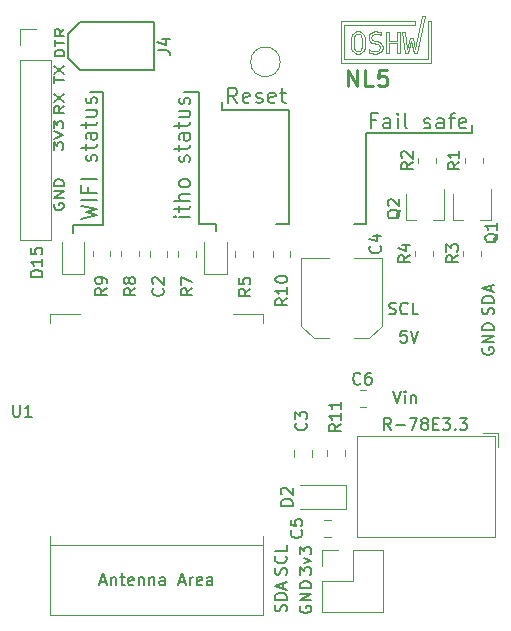
<source format=gto>
G04 #@! TF.GenerationSoftware,KiCad,Pcbnew,(6.0.1-0)*
G04 #@! TF.CreationDate,2022-06-28T13:25:53+02:00*
G04 #@! TF.ProjectId,ithowifi_4l,6974686f-7769-4666-995f-346c2e6b6963,rev?*
G04 #@! TF.SameCoordinates,Original*
G04 #@! TF.FileFunction,Legend,Top*
G04 #@! TF.FilePolarity,Positive*
%FSLAX46Y46*%
G04 Gerber Fmt 4.6, Leading zero omitted, Abs format (unit mm)*
G04 Created by KiCad (PCBNEW (6.0.1-0)) date 2022-06-28 13:25:53*
%MOMM*%
%LPD*%
G01*
G04 APERTURE LIST*
%ADD10C,0.200000*%
%ADD11C,0.125000*%
%ADD12C,0.150000*%
%ADD13C,0.219726*%
%ADD14C,0.120000*%
G04 APERTURE END LIST*
D10*
X99568000Y-111760000D02*
X99568000Y-122936000D01*
X99568000Y-111760000D02*
X98298000Y-111760000D01*
X99568000Y-122936000D02*
X100965000Y-122936000D01*
X100965000Y-123571000D02*
X100965000Y-122936000D01*
X113665000Y-122936000D02*
X112649000Y-122936000D01*
X113665000Y-122936000D02*
X113665000Y-115252500D01*
X122682000Y-115252500D02*
X122682000Y-114617500D01*
X113665000Y-115252500D02*
X122682000Y-115252500D01*
X106045000Y-122936000D02*
X107188000Y-122936000D01*
X101473000Y-113284000D02*
X101473000Y-112649000D01*
X101473000Y-113284000D02*
X107188000Y-113284000D01*
X107188000Y-122936000D02*
X107188000Y-113284000D01*
X88900000Y-123063000D02*
X91440000Y-123063000D01*
D11*
X116768896Y-106703121D02*
X116768896Y-106703121D01*
X117040946Y-108525770D02*
X116768896Y-106703121D01*
X117274296Y-108525770D02*
X117040946Y-108525770D01*
X117520896Y-107442870D02*
X117274296Y-108525770D01*
X117768496Y-108525770D02*
X117520896Y-107442870D01*
X118001795Y-108525770D02*
X117768496Y-108525770D01*
X118690546Y-105348970D02*
X118001795Y-108525770D01*
X118450196Y-105348970D02*
X118690546Y-105348970D01*
X117858846Y-108185070D02*
X118450196Y-105348970D01*
X117648846Y-107203620D02*
X117858846Y-108185070D01*
X117391446Y-107203620D02*
X117648846Y-107203620D01*
X117183946Y-108182620D02*
X117391446Y-107203620D01*
X117009246Y-106703121D02*
X117183946Y-108182620D01*
X116768896Y-106703121D02*
X117009246Y-106703121D01*
X115431795Y-106703121D02*
X115431795Y-106703121D01*
X115431795Y-108525770D02*
X115431795Y-106703121D01*
X115679746Y-108525770D02*
X115431795Y-108525770D01*
X115679746Y-107657720D02*
X115679746Y-108525770D01*
X116354646Y-107657720D02*
X115679746Y-107657720D01*
X116354646Y-108525770D02*
X116354646Y-107657720D01*
X116602596Y-108525770D02*
X116354646Y-108525770D01*
X116602596Y-106703121D02*
X116602596Y-108525770D01*
X116354646Y-106703121D02*
X116602596Y-106703121D01*
X116354646Y-107450220D02*
X116354646Y-106703121D01*
X115679746Y-107450220D02*
X116354646Y-107450220D01*
X115679746Y-106703121D02*
X115679746Y-107450220D01*
X115431795Y-106703121D02*
X115679746Y-106703121D01*
X114996431Y-106765820D02*
X114996431Y-106765520D01*
X114975001Y-106757670D02*
X114996431Y-106765820D01*
X114771546Y-106698820D02*
X114975001Y-106757670D01*
X114752281Y-106695020D02*
X114771546Y-106698820D01*
X114732756Y-106690921D02*
X114752281Y-106695020D01*
X114586541Y-106670570D02*
X114732756Y-106690921D01*
X114531476Y-106670570D02*
X114586541Y-106670570D01*
X114469896Y-106670570D02*
X114531476Y-106670570D01*
X114285976Y-106707220D02*
X114469896Y-106670570D01*
X114121861Y-106793470D02*
X114285976Y-106707220D01*
X114094466Y-106818170D02*
X114121861Y-106793470D01*
X114067066Y-106842570D02*
X114094466Y-106818170D01*
X113971580Y-106989070D02*
X114067066Y-106842570D01*
X113930885Y-107153720D02*
X113971580Y-106989070D01*
X113930885Y-107208770D02*
X113930885Y-107153720D01*
X113930885Y-107252470D02*
X113930885Y-107208770D01*
X113959376Y-107384020D02*
X113930885Y-107252470D01*
X114026376Y-107500670D02*
X113959376Y-107384020D01*
X114045636Y-107520220D02*
X114026376Y-107500670D01*
X114064626Y-107539470D02*
X114045636Y-107520220D01*
X114195101Y-107621370D02*
X114064626Y-107539470D01*
X114371971Y-107683770D02*
X114195101Y-107621370D01*
X114414291Y-107693270D02*
X114371971Y-107683770D01*
X114545851Y-107723920D02*
X114414291Y-107693270D01*
X114575151Y-107730420D02*
X114545851Y-107723920D01*
X114696136Y-107771121D02*
X114575151Y-107730420D01*
X114781851Y-107822670D02*
X114696136Y-107771121D01*
X114793791Y-107834870D02*
X114781851Y-107822670D01*
X114805726Y-107846820D02*
X114793791Y-107834870D01*
X114865681Y-107991370D02*
X114805726Y-107846820D01*
X114865681Y-108043720D02*
X114865681Y-107991370D01*
X114865681Y-108077120D02*
X114865681Y-108043720D01*
X114839636Y-108177220D02*
X114865681Y-108077120D01*
X114779146Y-108264020D02*
X114839636Y-108177220D01*
X114762056Y-108278120D02*
X114779146Y-108264020D01*
X114744691Y-108291970D02*
X114762056Y-108278120D01*
X114637541Y-108340220D02*
X114744691Y-108291970D01*
X114513026Y-108361120D02*
X114637541Y-108340220D01*
X114471526Y-108361120D02*
X114513026Y-108361120D01*
X114413471Y-108361120D02*
X114471526Y-108361120D01*
X114239591Y-108326420D02*
X114413471Y-108361120D01*
X114218706Y-108319620D02*
X114239591Y-108326420D01*
X114197816Y-108312571D02*
X114218706Y-108319620D01*
X113977275Y-108203771D02*
X114197816Y-108312571D01*
X113953951Y-108189120D02*
X113977275Y-108203771D01*
X113953951Y-108451470D02*
X113953951Y-108189120D01*
X113975651Y-108460420D02*
X113953951Y-108451470D01*
X114192116Y-108528770D02*
X113975651Y-108460420D01*
X114213816Y-108533370D02*
X114192116Y-108528770D01*
X114235251Y-108537970D02*
X114213816Y-108533370D01*
X114406966Y-108561320D02*
X114235251Y-108537970D01*
X114471526Y-108561320D02*
X114406966Y-108561320D01*
X114539066Y-108561320D02*
X114471526Y-108561320D01*
X114742521Y-108527121D02*
X114539066Y-108561320D01*
X114913421Y-108447370D02*
X114742521Y-108527121D01*
X114940276Y-108424620D02*
X114913421Y-108447370D01*
X114967131Y-108401820D02*
X114940276Y-108424620D01*
X115060991Y-108256970D02*
X114967131Y-108401820D01*
X115101411Y-108085220D02*
X115060991Y-108256970D01*
X115101411Y-108028020D02*
X115101411Y-108085220D01*
X115101411Y-107978371D02*
X115101411Y-108028020D01*
X115072111Y-107830270D02*
X115101411Y-107978371D01*
X115003751Y-107700070D02*
X115072111Y-107830270D01*
X114984221Y-107678870D02*
X115003751Y-107700070D01*
X114964686Y-107657470D02*
X114984221Y-107678870D01*
X114832041Y-107567670D02*
X114964686Y-107657470D01*
X114653276Y-107500670D02*
X114832041Y-107567670D01*
X114610686Y-107490920D02*
X114653276Y-107500670D01*
X114481291Y-107461620D02*
X114610686Y-107490920D01*
X114450911Y-107454270D02*
X114481291Y-107461620D01*
X114243385Y-107365870D02*
X114450911Y-107454270D01*
X114232271Y-107355270D02*
X114243385Y-107365870D01*
X114221146Y-107344670D02*
X114232271Y-107355270D01*
X114166346Y-107216920D02*
X114221146Y-107344670D01*
X114166346Y-107170820D02*
X114166346Y-107216920D01*
X114166346Y-107139870D02*
X114166346Y-107170820D01*
X114191576Y-107047120D02*
X114166346Y-107139870D01*
X114250716Y-106965720D02*
X114191576Y-107047120D01*
X114267806Y-106952421D02*
X114250716Y-106965720D01*
X114284626Y-106938620D02*
X114267806Y-106952421D01*
X114387431Y-106891120D02*
X114284626Y-106938620D01*
X114514386Y-106870520D02*
X114387431Y-106891120D01*
X114543681Y-106870520D02*
X114514386Y-106870520D01*
X114562671Y-106870520D02*
X114543681Y-106870520D01*
X114752011Y-106900920D02*
X114562671Y-106870520D01*
X114770736Y-106907120D02*
X114752011Y-106900920D01*
X114789451Y-106913120D02*
X114770736Y-106907120D01*
X114977706Y-107003720D02*
X114789451Y-106913120D01*
X114996431Y-107015920D02*
X114977706Y-107003720D01*
X114996431Y-106765520D02*
X114996431Y-107015920D01*
X113619201Y-107616221D02*
X113619201Y-107616221D01*
X113619201Y-107512070D02*
X113619201Y-107616221D01*
X113581225Y-107199570D02*
X113619201Y-107512070D01*
X113493061Y-106943470D02*
X113581225Y-107199570D01*
X113467841Y-106904420D02*
X113493061Y-106943470D01*
X113442611Y-106865370D02*
X113467841Y-106904420D01*
X113277951Y-106728620D02*
X113442611Y-106865370D01*
X113076125Y-106670020D02*
X113277951Y-106728620D01*
X113008851Y-106670020D02*
X113076125Y-106670020D01*
X112941576Y-106670020D02*
X113008851Y-106670020D01*
X112740296Y-106728620D02*
X112941576Y-106670020D01*
X112575096Y-106865370D02*
X112740296Y-106728620D01*
X112549866Y-106904420D02*
X112575096Y-106865370D01*
X112524636Y-106943470D02*
X112549866Y-106904420D01*
X112437021Y-107199570D02*
X112524636Y-106943470D01*
X112399581Y-107512070D02*
X112437021Y-107199570D01*
X112399581Y-107616221D02*
X112399581Y-107512070D01*
X112399581Y-107720370D02*
X112399581Y-107616221D01*
X112437021Y-108033170D02*
X112399581Y-107720370D01*
X112524636Y-108288671D02*
X112437021Y-108033170D01*
X112549866Y-108327770D02*
X112524636Y-108288671D01*
X112574826Y-108366570D02*
X112549866Y-108327770D01*
X112739486Y-108502470D02*
X112574826Y-108366570D01*
X112941306Y-108561070D02*
X112739486Y-108502470D01*
X113008851Y-108561070D02*
X112941306Y-108561070D01*
X113076125Y-108561070D02*
X113008851Y-108561070D01*
X113277951Y-108502470D02*
X113076125Y-108561070D01*
X113442611Y-108365720D02*
X113277951Y-108502470D01*
X113467841Y-108326670D02*
X113442611Y-108365720D01*
X113493061Y-108287620D02*
X113467841Y-108326670D01*
X113581225Y-108031820D02*
X113493061Y-108287620D01*
X113619201Y-107720120D02*
X113581225Y-108031820D01*
X113619201Y-107616221D02*
X113619201Y-107720120D01*
X113361501Y-107616221D02*
X113361501Y-107616221D01*
X113361501Y-107702220D02*
X113361501Y-107616221D01*
X113340611Y-107960470D02*
X113361501Y-107702220D01*
X113292326Y-108161220D02*
X113340611Y-107960470D01*
X113278491Y-108189970D02*
X113292326Y-108161220D01*
X113264656Y-108218420D02*
X113278491Y-108189970D01*
X113169986Y-108317970D02*
X113264656Y-108218420D01*
X113049001Y-108360871D02*
X113169986Y-108317970D01*
X113008851Y-108360871D02*
X113049001Y-108360871D01*
X112968431Y-108360871D02*
X113008851Y-108360871D01*
X112847721Y-108317720D02*
X112968431Y-108360871D01*
X112752775Y-108217070D02*
X112847721Y-108317720D01*
X112738941Y-108188620D02*
X112752775Y-108217070D01*
X112725101Y-108159870D02*
X112738941Y-108188620D01*
X112677631Y-107959370D02*
X112725101Y-108159870D01*
X112657291Y-107701971D02*
X112677631Y-107959370D01*
X112657291Y-107616221D02*
X112657291Y-107701971D01*
X112657291Y-107529970D02*
X112657291Y-107616221D01*
X112677631Y-107271970D02*
X112657291Y-107529970D01*
X112725101Y-107070970D02*
X112677631Y-107271970D01*
X112738941Y-107042470D02*
X112725101Y-107070970D01*
X112752775Y-107013720D02*
X112738941Y-107042470D01*
X112847721Y-106913120D02*
X112752775Y-107013720D01*
X111558386Y-105805820D02*
X111558386Y-109350710D01*
X119243946Y-105805820D02*
X118937946Y-105805820D01*
X119243946Y-109350710D02*
X119243946Y-105805820D01*
X112968431Y-106870221D02*
X112847721Y-106913120D01*
X113008851Y-106870221D02*
X112968431Y-106870221D01*
X113049001Y-106870221D02*
X113008851Y-106870221D01*
X113169986Y-106913120D02*
X113049001Y-106870221D01*
X113264656Y-107013720D02*
X113169986Y-106913120D01*
X113278491Y-107042470D02*
X113264656Y-107013720D01*
X111870886Y-106118320D02*
X117878096Y-106118320D01*
X111870886Y-109038210D02*
X111870886Y-106118320D01*
X111558386Y-109350710D02*
X119243946Y-109350710D01*
X118931446Y-109038210D02*
X111870886Y-109038210D01*
X118937946Y-105805820D02*
X118931446Y-109038210D01*
X117878096Y-105805820D02*
X111558386Y-105805820D01*
X117878096Y-106118320D02*
X117878096Y-105805820D01*
X113292326Y-107070970D02*
X113278491Y-107042470D01*
X113340611Y-107271970D02*
X113292326Y-107070970D01*
X113361501Y-107529970D02*
X113340611Y-107271970D01*
X113361501Y-107616221D02*
X113361501Y-107529970D01*
X111558386Y-105805820D02*
X111558386Y-105805820D01*
D10*
X90360500Y-111760000D02*
X91440000Y-111760000D01*
X88900000Y-123698000D02*
X88900000Y-123063000D01*
X91440000Y-111760000D02*
X91440000Y-123063000D01*
D12*
X115649523Y-130579761D02*
X115792380Y-130627380D01*
X116030476Y-130627380D01*
X116125714Y-130579761D01*
X116173333Y-130532142D01*
X116220952Y-130436904D01*
X116220952Y-130341666D01*
X116173333Y-130246428D01*
X116125714Y-130198809D01*
X116030476Y-130151190D01*
X115840000Y-130103571D01*
X115744761Y-130055952D01*
X115697142Y-130008333D01*
X115649523Y-129913095D01*
X115649523Y-129817857D01*
X115697142Y-129722619D01*
X115744761Y-129675000D01*
X115840000Y-129627380D01*
X116078095Y-129627380D01*
X116220952Y-129675000D01*
X117220952Y-130532142D02*
X117173333Y-130579761D01*
X117030476Y-130627380D01*
X116935238Y-130627380D01*
X116792380Y-130579761D01*
X116697142Y-130484523D01*
X116649523Y-130389285D01*
X116601904Y-130198809D01*
X116601904Y-130055952D01*
X116649523Y-129865476D01*
X116697142Y-129770238D01*
X116792380Y-129675000D01*
X116935238Y-129627380D01*
X117030476Y-129627380D01*
X117173333Y-129675000D01*
X117220952Y-129722619D01*
X118125714Y-130627380D02*
X117649523Y-130627380D01*
X117649523Y-129627380D01*
X87318904Y-111048704D02*
X87318904Y-110477276D01*
X88118904Y-110762990D02*
X87318904Y-110762990D01*
X87318904Y-110239180D02*
X88118904Y-109572514D01*
X87318904Y-109572514D02*
X88118904Y-110239180D01*
X87268104Y-116681095D02*
X87268104Y-116062047D01*
X87572866Y-116395380D01*
X87572866Y-116252523D01*
X87610961Y-116157285D01*
X87649057Y-116109666D01*
X87725247Y-116062047D01*
X87915723Y-116062047D01*
X87991914Y-116109666D01*
X88030009Y-116157285D01*
X88068104Y-116252523D01*
X88068104Y-116538238D01*
X88030009Y-116633476D01*
X87991914Y-116681095D01*
X87268104Y-115776333D02*
X88068104Y-115443000D01*
X87268104Y-115109666D01*
X87268104Y-114871571D02*
X87268104Y-114252523D01*
X87572866Y-114585857D01*
X87572866Y-114443000D01*
X87610961Y-114347761D01*
X87649057Y-114300142D01*
X87725247Y-114252523D01*
X87915723Y-114252523D01*
X87991914Y-114300142D01*
X88030009Y-114347761D01*
X88068104Y-114443000D01*
X88068104Y-114728714D01*
X88030009Y-114823952D01*
X87991914Y-114871571D01*
X87331600Y-121259504D02*
X87293504Y-121354742D01*
X87293504Y-121497600D01*
X87331600Y-121640457D01*
X87407790Y-121735695D01*
X87483980Y-121783314D01*
X87636361Y-121830933D01*
X87750647Y-121830933D01*
X87903028Y-121783314D01*
X87979219Y-121735695D01*
X88055409Y-121640457D01*
X88093504Y-121497600D01*
X88093504Y-121402361D01*
X88055409Y-121259504D01*
X88017314Y-121211885D01*
X87750647Y-121211885D01*
X87750647Y-121402361D01*
X88093504Y-120783314D02*
X87293504Y-120783314D01*
X88093504Y-120211885D01*
X87293504Y-120211885D01*
X88093504Y-119735695D02*
X87293504Y-119735695D01*
X87293504Y-119497600D01*
X87331600Y-119354742D01*
X87407790Y-119259504D01*
X87483980Y-119211885D01*
X87636361Y-119164266D01*
X87750647Y-119164266D01*
X87903028Y-119211885D01*
X87979219Y-119259504D01*
X88055409Y-119354742D01*
X88093504Y-119497600D01*
X88093504Y-119735695D01*
X88093504Y-112968066D02*
X87712552Y-113301400D01*
X88093504Y-113539495D02*
X87293504Y-113539495D01*
X87293504Y-113158542D01*
X87331600Y-113063304D01*
X87369695Y-113015685D01*
X87445885Y-112968066D01*
X87560171Y-112968066D01*
X87636361Y-113015685D01*
X87674457Y-113063304D01*
X87712552Y-113158542D01*
X87712552Y-113539495D01*
X87293504Y-112634733D02*
X88093504Y-111968066D01*
X87293504Y-111968066D02*
X88093504Y-112634733D01*
X106936761Y-152658476D02*
X106984380Y-152515619D01*
X106984380Y-152277523D01*
X106936761Y-152182285D01*
X106889142Y-152134666D01*
X106793904Y-152087047D01*
X106698666Y-152087047D01*
X106603428Y-152134666D01*
X106555809Y-152182285D01*
X106508190Y-152277523D01*
X106460571Y-152468000D01*
X106412952Y-152563238D01*
X106365333Y-152610857D01*
X106270095Y-152658476D01*
X106174857Y-152658476D01*
X106079619Y-152610857D01*
X106032000Y-152563238D01*
X105984380Y-152468000D01*
X105984380Y-152229904D01*
X106032000Y-152087047D01*
X106889142Y-151087047D02*
X106936761Y-151134666D01*
X106984380Y-151277523D01*
X106984380Y-151372761D01*
X106936761Y-151515619D01*
X106841523Y-151610857D01*
X106746285Y-151658476D01*
X106555809Y-151706095D01*
X106412952Y-151706095D01*
X106222476Y-151658476D01*
X106127238Y-151610857D01*
X106032000Y-151515619D01*
X105984380Y-151372761D01*
X105984380Y-151277523D01*
X106032000Y-151134666D01*
X106079619Y-151087047D01*
X106984380Y-150182285D02*
X106984380Y-150658476D01*
X105984380Y-150658476D01*
X106936761Y-155782285D02*
X106984380Y-155639428D01*
X106984380Y-155401333D01*
X106936761Y-155306095D01*
X106889142Y-155258476D01*
X106793904Y-155210857D01*
X106698666Y-155210857D01*
X106603428Y-155258476D01*
X106555809Y-155306095D01*
X106508190Y-155401333D01*
X106460571Y-155591809D01*
X106412952Y-155687047D01*
X106365333Y-155734666D01*
X106270095Y-155782285D01*
X106174857Y-155782285D01*
X106079619Y-155734666D01*
X106032000Y-155687047D01*
X105984380Y-155591809D01*
X105984380Y-155353714D01*
X106032000Y-155210857D01*
X106984380Y-154782285D02*
X105984380Y-154782285D01*
X105984380Y-154544190D01*
X106032000Y-154401333D01*
X106127238Y-154306095D01*
X106222476Y-154258476D01*
X106412952Y-154210857D01*
X106555809Y-154210857D01*
X106746285Y-154258476D01*
X106841523Y-154306095D01*
X106936761Y-154401333D01*
X106984380Y-154544190D01*
X106984380Y-154782285D01*
X106698666Y-153829904D02*
X106698666Y-153353714D01*
X106984380Y-153925142D02*
X105984380Y-153591809D01*
X106984380Y-153258476D01*
X108132000Y-155329904D02*
X108084380Y-155425142D01*
X108084380Y-155568000D01*
X108132000Y-155710857D01*
X108227238Y-155806095D01*
X108322476Y-155853714D01*
X108512952Y-155901333D01*
X108655809Y-155901333D01*
X108846285Y-155853714D01*
X108941523Y-155806095D01*
X109036761Y-155710857D01*
X109084380Y-155568000D01*
X109084380Y-155472761D01*
X109036761Y-155329904D01*
X108989142Y-155282285D01*
X108655809Y-155282285D01*
X108655809Y-155472761D01*
X109084380Y-154853714D02*
X108084380Y-154853714D01*
X109084380Y-154282285D01*
X108084380Y-154282285D01*
X109084380Y-153806095D02*
X108084380Y-153806095D01*
X108084380Y-153568000D01*
X108132000Y-153425142D01*
X108227238Y-153329904D01*
X108322476Y-153282285D01*
X108512952Y-153234666D01*
X108655809Y-153234666D01*
X108846285Y-153282285D01*
X108941523Y-153329904D01*
X109036761Y-153425142D01*
X109084380Y-153568000D01*
X109084380Y-153806095D01*
X108084380Y-152658476D02*
X108084380Y-152039428D01*
X108465333Y-152372761D01*
X108465333Y-152229904D01*
X108512952Y-152134666D01*
X108560571Y-152087047D01*
X108655809Y-152039428D01*
X108893904Y-152039428D01*
X108989142Y-152087047D01*
X109036761Y-152134666D01*
X109084380Y-152229904D01*
X109084380Y-152515619D01*
X109036761Y-152610857D01*
X108989142Y-152658476D01*
X108417714Y-151706095D02*
X109084380Y-151468000D01*
X108417714Y-151229904D01*
X108084380Y-150944190D02*
X108084380Y-150325142D01*
X108465333Y-150658476D01*
X108465333Y-150515619D01*
X108512952Y-150420380D01*
X108560571Y-150372761D01*
X108655809Y-150325142D01*
X108893904Y-150325142D01*
X108989142Y-150372761D01*
X109036761Y-150420380D01*
X109084380Y-150515619D01*
X109084380Y-150801333D01*
X109036761Y-150896571D01*
X108989142Y-150944190D01*
X117141523Y-132020380D02*
X116665333Y-132020380D01*
X116617714Y-132496571D01*
X116665333Y-132448952D01*
X116760571Y-132401333D01*
X116998666Y-132401333D01*
X117093904Y-132448952D01*
X117141523Y-132496571D01*
X117189142Y-132591809D01*
X117189142Y-132829904D01*
X117141523Y-132925142D01*
X117093904Y-132972761D01*
X116998666Y-133020380D01*
X116760571Y-133020380D01*
X116665333Y-132972761D01*
X116617714Y-132925142D01*
X117474857Y-132020380D02*
X117808190Y-133020380D01*
X118141523Y-132020380D01*
X86304380Y-127452285D02*
X85304380Y-127452285D01*
X85304380Y-127214190D01*
X85352000Y-127071333D01*
X85447238Y-126976095D01*
X85542476Y-126928476D01*
X85732952Y-126880857D01*
X85875809Y-126880857D01*
X86066285Y-126928476D01*
X86161523Y-126976095D01*
X86256761Y-127071333D01*
X86304380Y-127214190D01*
X86304380Y-127452285D01*
X86304380Y-125928476D02*
X86304380Y-126499904D01*
X86304380Y-126214190D02*
X85304380Y-126214190D01*
X85447238Y-126309428D01*
X85542476Y-126404666D01*
X85590095Y-126499904D01*
X85304380Y-125023714D02*
X85304380Y-125499904D01*
X85780571Y-125547523D01*
X85732952Y-125499904D01*
X85685333Y-125404666D01*
X85685333Y-125166571D01*
X85732952Y-125071333D01*
X85780571Y-125023714D01*
X85875809Y-124976095D01*
X86113904Y-124976095D01*
X86209142Y-125023714D01*
X86256761Y-125071333D01*
X86304380Y-125166571D01*
X86304380Y-125404666D01*
X86256761Y-125499904D01*
X86209142Y-125547523D01*
D13*
X112172655Y-111312333D02*
X112172655Y-109912333D01*
X112972655Y-111312333D01*
X112972655Y-109912333D01*
X114305988Y-111312333D02*
X113639321Y-111312333D01*
X113639321Y-109912333D01*
X115439321Y-109912333D02*
X114772655Y-109912333D01*
X114705988Y-110579000D01*
X114772655Y-110512333D01*
X114905988Y-110445666D01*
X115239321Y-110445666D01*
X115372655Y-110512333D01*
X115439321Y-110579000D01*
X115505988Y-110712333D01*
X115505988Y-111045666D01*
X115439321Y-111179000D01*
X115372655Y-111245666D01*
X115239321Y-111312333D01*
X114905988Y-111312333D01*
X114772655Y-111245666D01*
X114705988Y-111179000D01*
D12*
X116008190Y-137120380D02*
X116341523Y-138120380D01*
X116674857Y-137120380D01*
X117008190Y-138120380D02*
X117008190Y-137453714D01*
X117008190Y-137120380D02*
X116960571Y-137168000D01*
X117008190Y-137215619D01*
X117055809Y-137168000D01*
X117008190Y-137120380D01*
X117008190Y-137215619D01*
X117484380Y-137453714D02*
X117484380Y-138120380D01*
X117484380Y-137548952D02*
X117532000Y-137501333D01*
X117627238Y-137453714D01*
X117770095Y-137453714D01*
X117865333Y-137501333D01*
X117912952Y-137596571D01*
X117912952Y-138120380D01*
X123579000Y-133476904D02*
X123531380Y-133572142D01*
X123531380Y-133715000D01*
X123579000Y-133857857D01*
X123674238Y-133953095D01*
X123769476Y-134000714D01*
X123959952Y-134048333D01*
X124102809Y-134048333D01*
X124293285Y-134000714D01*
X124388523Y-133953095D01*
X124483761Y-133857857D01*
X124531380Y-133715000D01*
X124531380Y-133619761D01*
X124483761Y-133476904D01*
X124436142Y-133429285D01*
X124102809Y-133429285D01*
X124102809Y-133619761D01*
X124531380Y-133000714D02*
X123531380Y-133000714D01*
X124531380Y-132429285D01*
X123531380Y-132429285D01*
X124531380Y-131953095D02*
X123531380Y-131953095D01*
X123531380Y-131715000D01*
X123579000Y-131572142D01*
X123674238Y-131476904D01*
X123769476Y-131429285D01*
X123959952Y-131381666D01*
X124102809Y-131381666D01*
X124293285Y-131429285D01*
X124388523Y-131476904D01*
X124483761Y-131572142D01*
X124531380Y-131715000D01*
X124531380Y-131953095D01*
X124483761Y-130627285D02*
X124531380Y-130484428D01*
X124531380Y-130246333D01*
X124483761Y-130151095D01*
X124436142Y-130103476D01*
X124340904Y-130055857D01*
X124245666Y-130055857D01*
X124150428Y-130103476D01*
X124102809Y-130151095D01*
X124055190Y-130246333D01*
X124007571Y-130436809D01*
X123959952Y-130532047D01*
X123912333Y-130579666D01*
X123817095Y-130627285D01*
X123721857Y-130627285D01*
X123626619Y-130579666D01*
X123579000Y-130532047D01*
X123531380Y-130436809D01*
X123531380Y-130198714D01*
X123579000Y-130055857D01*
X124531380Y-129627285D02*
X123531380Y-129627285D01*
X123531380Y-129389190D01*
X123579000Y-129246333D01*
X123674238Y-129151095D01*
X123769476Y-129103476D01*
X123959952Y-129055857D01*
X124102809Y-129055857D01*
X124293285Y-129103476D01*
X124388523Y-129151095D01*
X124483761Y-129246333D01*
X124531380Y-129389190D01*
X124531380Y-129627285D01*
X124245666Y-128674904D02*
X124245666Y-128198714D01*
X124531380Y-128770142D02*
X123531380Y-128436809D01*
X124531380Y-128103476D01*
X88144304Y-108788057D02*
X87344304Y-108788057D01*
X87344304Y-108549961D01*
X87382400Y-108407104D01*
X87458590Y-108311866D01*
X87534780Y-108264247D01*
X87687161Y-108216628D01*
X87801447Y-108216628D01*
X87953828Y-108264247D01*
X88030019Y-108311866D01*
X88106209Y-108407104D01*
X88144304Y-108549961D01*
X88144304Y-108788057D01*
X87344304Y-107930914D02*
X87344304Y-107359485D01*
X88144304Y-107645200D02*
X87344304Y-107645200D01*
X88144304Y-106454723D02*
X87763352Y-106788057D01*
X88144304Y-107026152D02*
X87344304Y-107026152D01*
X87344304Y-106645200D01*
X87382400Y-106549961D01*
X87420495Y-106502342D01*
X87496685Y-106454723D01*
X87610971Y-106454723D01*
X87687161Y-106502342D01*
X87725257Y-106549961D01*
X87763352Y-106645200D01*
X87763352Y-107026152D01*
X115814838Y-140406380D02*
X115481504Y-139930190D01*
X115243409Y-140406380D02*
X115243409Y-139406380D01*
X115624361Y-139406380D01*
X115719600Y-139454000D01*
X115767219Y-139501619D01*
X115814838Y-139596857D01*
X115814838Y-139739714D01*
X115767219Y-139834952D01*
X115719600Y-139882571D01*
X115624361Y-139930190D01*
X115243409Y-139930190D01*
X116243409Y-140025428D02*
X117005314Y-140025428D01*
X117386266Y-139406380D02*
X118052933Y-139406380D01*
X117624361Y-140406380D01*
X118576742Y-139834952D02*
X118481504Y-139787333D01*
X118433885Y-139739714D01*
X118386266Y-139644476D01*
X118386266Y-139596857D01*
X118433885Y-139501619D01*
X118481504Y-139454000D01*
X118576742Y-139406380D01*
X118767219Y-139406380D01*
X118862457Y-139454000D01*
X118910076Y-139501619D01*
X118957695Y-139596857D01*
X118957695Y-139644476D01*
X118910076Y-139739714D01*
X118862457Y-139787333D01*
X118767219Y-139834952D01*
X118576742Y-139834952D01*
X118481504Y-139882571D01*
X118433885Y-139930190D01*
X118386266Y-140025428D01*
X118386266Y-140215904D01*
X118433885Y-140311142D01*
X118481504Y-140358761D01*
X118576742Y-140406380D01*
X118767219Y-140406380D01*
X118862457Y-140358761D01*
X118910076Y-140311142D01*
X118957695Y-140215904D01*
X118957695Y-140025428D01*
X118910076Y-139930190D01*
X118862457Y-139882571D01*
X118767219Y-139834952D01*
X119386266Y-139882571D02*
X119719600Y-139882571D01*
X119862457Y-140406380D02*
X119386266Y-140406380D01*
X119386266Y-139406380D01*
X119862457Y-139406380D01*
X120195790Y-139406380D02*
X120814838Y-139406380D01*
X120481504Y-139787333D01*
X120624361Y-139787333D01*
X120719600Y-139834952D01*
X120767219Y-139882571D01*
X120814838Y-139977809D01*
X120814838Y-140215904D01*
X120767219Y-140311142D01*
X120719600Y-140358761D01*
X120624361Y-140406380D01*
X120338647Y-140406380D01*
X120243409Y-140358761D01*
X120195790Y-140311142D01*
X121243409Y-140311142D02*
X121291028Y-140358761D01*
X121243409Y-140406380D01*
X121195790Y-140358761D01*
X121243409Y-140311142D01*
X121243409Y-140406380D01*
X121624361Y-139406380D02*
X122243409Y-139406380D01*
X121910076Y-139787333D01*
X122052933Y-139787333D01*
X122148171Y-139834952D01*
X122195790Y-139882571D01*
X122243409Y-139977809D01*
X122243409Y-140215904D01*
X122195790Y-140311142D01*
X122148171Y-140358761D01*
X122052933Y-140406380D01*
X121767219Y-140406380D01*
X121671980Y-140358761D01*
X121624361Y-140311142D01*
X116625619Y-121761238D02*
X116578000Y-121856476D01*
X116482761Y-121951714D01*
X116339904Y-122094571D01*
X116292285Y-122189809D01*
X116292285Y-122285047D01*
X116530380Y-122237428D02*
X116482761Y-122332666D01*
X116387523Y-122427904D01*
X116197047Y-122475523D01*
X115863714Y-122475523D01*
X115673238Y-122427904D01*
X115578000Y-122332666D01*
X115530380Y-122237428D01*
X115530380Y-122046952D01*
X115578000Y-121951714D01*
X115673238Y-121856476D01*
X115863714Y-121808857D01*
X116197047Y-121808857D01*
X116387523Y-121856476D01*
X116482761Y-121951714D01*
X116530380Y-122046952D01*
X116530380Y-122237428D01*
X115625619Y-121427904D02*
X115578000Y-121380285D01*
X115530380Y-121285047D01*
X115530380Y-121046952D01*
X115578000Y-120951714D01*
X115625619Y-120904095D01*
X115720857Y-120856476D01*
X115816095Y-120856476D01*
X115958952Y-120904095D01*
X116530380Y-121475523D01*
X116530380Y-120856476D01*
X117673380Y-117768666D02*
X117197190Y-118102000D01*
X117673380Y-118340095D02*
X116673380Y-118340095D01*
X116673380Y-117959142D01*
X116721000Y-117863904D01*
X116768619Y-117816285D01*
X116863857Y-117768666D01*
X117006714Y-117768666D01*
X117101952Y-117816285D01*
X117149571Y-117863904D01*
X117197190Y-117959142D01*
X117197190Y-118340095D01*
X116768619Y-117387714D02*
X116721000Y-117340095D01*
X116673380Y-117244857D01*
X116673380Y-117006761D01*
X116721000Y-116911523D01*
X116768619Y-116863904D01*
X116863857Y-116816285D01*
X116959095Y-116816285D01*
X117101952Y-116863904D01*
X117673380Y-117435333D01*
X117673380Y-116816285D01*
X83820095Y-138288780D02*
X83820095Y-139098304D01*
X83867714Y-139193542D01*
X83915333Y-139241161D01*
X84010571Y-139288780D01*
X84201047Y-139288780D01*
X84296285Y-139241161D01*
X84343904Y-139193542D01*
X84391523Y-139098304D01*
X84391523Y-138288780D01*
X85391523Y-139288780D02*
X84820095Y-139288780D01*
X85105809Y-139288780D02*
X85105809Y-138288780D01*
X85010571Y-138431638D01*
X84915333Y-138526876D01*
X84820095Y-138574495D01*
X91215695Y-153270266D02*
X91691885Y-153270266D01*
X91120457Y-153555980D02*
X91453790Y-152555980D01*
X91787123Y-153555980D01*
X92120457Y-152889314D02*
X92120457Y-153555980D01*
X92120457Y-152984552D02*
X92168076Y-152936933D01*
X92263314Y-152889314D01*
X92406171Y-152889314D01*
X92501409Y-152936933D01*
X92549028Y-153032171D01*
X92549028Y-153555980D01*
X92882361Y-152889314D02*
X93263314Y-152889314D01*
X93025219Y-152555980D02*
X93025219Y-153413123D01*
X93072838Y-153508361D01*
X93168076Y-153555980D01*
X93263314Y-153555980D01*
X93977600Y-153508361D02*
X93882361Y-153555980D01*
X93691885Y-153555980D01*
X93596647Y-153508361D01*
X93549028Y-153413123D01*
X93549028Y-153032171D01*
X93596647Y-152936933D01*
X93691885Y-152889314D01*
X93882361Y-152889314D01*
X93977600Y-152936933D01*
X94025219Y-153032171D01*
X94025219Y-153127409D01*
X93549028Y-153222647D01*
X94453790Y-152889314D02*
X94453790Y-153555980D01*
X94453790Y-152984552D02*
X94501409Y-152936933D01*
X94596647Y-152889314D01*
X94739504Y-152889314D01*
X94834742Y-152936933D01*
X94882361Y-153032171D01*
X94882361Y-153555980D01*
X95358552Y-152889314D02*
X95358552Y-153555980D01*
X95358552Y-152984552D02*
X95406171Y-152936933D01*
X95501409Y-152889314D01*
X95644266Y-152889314D01*
X95739504Y-152936933D01*
X95787123Y-153032171D01*
X95787123Y-153555980D01*
X96691885Y-153555980D02*
X96691885Y-153032171D01*
X96644266Y-152936933D01*
X96549028Y-152889314D01*
X96358552Y-152889314D01*
X96263314Y-152936933D01*
X96691885Y-153508361D02*
X96596647Y-153555980D01*
X96358552Y-153555980D01*
X96263314Y-153508361D01*
X96215695Y-153413123D01*
X96215695Y-153317885D01*
X96263314Y-153222647D01*
X96358552Y-153175028D01*
X96596647Y-153175028D01*
X96691885Y-153127409D01*
X97882361Y-153270266D02*
X98358552Y-153270266D01*
X97787123Y-153555980D02*
X98120457Y-152555980D01*
X98453790Y-153555980D01*
X98787123Y-153555980D02*
X98787123Y-152889314D01*
X98787123Y-153079790D02*
X98834742Y-152984552D01*
X98882361Y-152936933D01*
X98977600Y-152889314D01*
X99072838Y-152889314D01*
X99787123Y-153508361D02*
X99691885Y-153555980D01*
X99501409Y-153555980D01*
X99406171Y-153508361D01*
X99358552Y-153413123D01*
X99358552Y-153032171D01*
X99406171Y-152936933D01*
X99501409Y-152889314D01*
X99691885Y-152889314D01*
X99787123Y-152936933D01*
X99834742Y-153032171D01*
X99834742Y-153127409D01*
X99358552Y-153222647D01*
X100691885Y-153555980D02*
X100691885Y-153032171D01*
X100644266Y-152936933D01*
X100549028Y-152889314D01*
X100358552Y-152889314D01*
X100263314Y-152936933D01*
X100691885Y-153508361D02*
X100596647Y-153555980D01*
X100358552Y-153555980D01*
X100263314Y-153508361D01*
X100215695Y-153413123D01*
X100215695Y-153317885D01*
X100263314Y-153222647D01*
X100358552Y-153175028D01*
X100596647Y-153175028D01*
X100691885Y-153127409D01*
X91765380Y-128413566D02*
X91289190Y-128746900D01*
X91765380Y-128984995D02*
X90765380Y-128984995D01*
X90765380Y-128604042D01*
X90813000Y-128508804D01*
X90860619Y-128461185D01*
X90955857Y-128413566D01*
X91098714Y-128413566D01*
X91193952Y-128461185D01*
X91241571Y-128508804D01*
X91289190Y-128604042D01*
X91289190Y-128984995D01*
X91765380Y-127937376D02*
X91765380Y-127746900D01*
X91717761Y-127651661D01*
X91670142Y-127604042D01*
X91527285Y-127508804D01*
X91336809Y-127461185D01*
X90955857Y-127461185D01*
X90860619Y-127508804D01*
X90813000Y-127556423D01*
X90765380Y-127651661D01*
X90765380Y-127842138D01*
X90813000Y-127937376D01*
X90860619Y-127984995D01*
X90955857Y-128032614D01*
X91193952Y-128032614D01*
X91289190Y-127984995D01*
X91336809Y-127937376D01*
X91384428Y-127842138D01*
X91384428Y-127651661D01*
X91336809Y-127556423D01*
X91289190Y-127508804D01*
X91193952Y-127461185D01*
X107039180Y-129277057D02*
X106562990Y-129610390D01*
X107039180Y-129848485D02*
X106039180Y-129848485D01*
X106039180Y-129467533D01*
X106086800Y-129372295D01*
X106134419Y-129324676D01*
X106229657Y-129277057D01*
X106372514Y-129277057D01*
X106467752Y-129324676D01*
X106515371Y-129372295D01*
X106562990Y-129467533D01*
X106562990Y-129848485D01*
X107039180Y-128324676D02*
X107039180Y-128896104D01*
X107039180Y-128610390D02*
X106039180Y-128610390D01*
X106182038Y-128705628D01*
X106277276Y-128800866D01*
X106324895Y-128896104D01*
X106039180Y-127705628D02*
X106039180Y-127610390D01*
X106086800Y-127515152D01*
X106134419Y-127467533D01*
X106229657Y-127419914D01*
X106420133Y-127372295D01*
X106658228Y-127372295D01*
X106848704Y-127419914D01*
X106943942Y-127467533D01*
X106991561Y-127515152D01*
X107039180Y-127610390D01*
X107039180Y-127705628D01*
X106991561Y-127800866D01*
X106943942Y-127848485D01*
X106848704Y-127896104D01*
X106658228Y-127943723D01*
X106420133Y-127943723D01*
X106229657Y-127896104D01*
X106134419Y-127848485D01*
X106086800Y-127800866D01*
X106039180Y-127705628D01*
X117419380Y-125642666D02*
X116943190Y-125976000D01*
X117419380Y-126214095D02*
X116419380Y-126214095D01*
X116419380Y-125833142D01*
X116467000Y-125737904D01*
X116514619Y-125690285D01*
X116609857Y-125642666D01*
X116752714Y-125642666D01*
X116847952Y-125690285D01*
X116895571Y-125737904D01*
X116943190Y-125833142D01*
X116943190Y-126214095D01*
X116752714Y-124785523D02*
X117419380Y-124785523D01*
X116371761Y-125023619D02*
X117086047Y-125261714D01*
X117086047Y-124642666D01*
X89585095Y-122548000D02*
X90885095Y-122238476D01*
X89956523Y-121990857D01*
X90885095Y-121743238D01*
X89585095Y-121433714D01*
X90885095Y-120938476D02*
X89585095Y-120938476D01*
X90204142Y-119886095D02*
X90204142Y-120319428D01*
X90885095Y-120319428D02*
X89585095Y-120319428D01*
X89585095Y-119700380D01*
X90885095Y-119205142D02*
X89585095Y-119205142D01*
X90823190Y-117657523D02*
X90885095Y-117533714D01*
X90885095Y-117286095D01*
X90823190Y-117162285D01*
X90699380Y-117100380D01*
X90637476Y-117100380D01*
X90513666Y-117162285D01*
X90451761Y-117286095D01*
X90451761Y-117471809D01*
X90389857Y-117595619D01*
X90266047Y-117657523D01*
X90204142Y-117657523D01*
X90080333Y-117595619D01*
X90018428Y-117471809D01*
X90018428Y-117286095D01*
X90080333Y-117162285D01*
X90018428Y-116728952D02*
X90018428Y-116233714D01*
X89585095Y-116543238D02*
X90699380Y-116543238D01*
X90823190Y-116481333D01*
X90885095Y-116357523D01*
X90885095Y-116233714D01*
X90885095Y-115243238D02*
X90204142Y-115243238D01*
X90080333Y-115305142D01*
X90018428Y-115428952D01*
X90018428Y-115676571D01*
X90080333Y-115800380D01*
X90823190Y-115243238D02*
X90885095Y-115367047D01*
X90885095Y-115676571D01*
X90823190Y-115800380D01*
X90699380Y-115862285D01*
X90575571Y-115862285D01*
X90451761Y-115800380D01*
X90389857Y-115676571D01*
X90389857Y-115367047D01*
X90327952Y-115243238D01*
X90018428Y-114809904D02*
X90018428Y-114314666D01*
X89585095Y-114624190D02*
X90699380Y-114624190D01*
X90823190Y-114562285D01*
X90885095Y-114438476D01*
X90885095Y-114314666D01*
X90018428Y-113324190D02*
X90885095Y-113324190D01*
X90018428Y-113881333D02*
X90699380Y-113881333D01*
X90823190Y-113819428D01*
X90885095Y-113695619D01*
X90885095Y-113509904D01*
X90823190Y-113386095D01*
X90761285Y-113324190D01*
X90823190Y-112767047D02*
X90885095Y-112643238D01*
X90885095Y-112395619D01*
X90823190Y-112271809D01*
X90699380Y-112209904D01*
X90637476Y-112209904D01*
X90513666Y-112271809D01*
X90451761Y-112395619D01*
X90451761Y-112581333D01*
X90389857Y-112705142D01*
X90266047Y-112767047D01*
X90204142Y-112767047D01*
X90080333Y-112705142D01*
X90018428Y-112581333D01*
X90018428Y-112395619D01*
X90080333Y-112271809D01*
X96084380Y-108247433D02*
X96798666Y-108247433D01*
X96941523Y-108295052D01*
X97036761Y-108390290D01*
X97084380Y-108533147D01*
X97084380Y-108628385D01*
X96417714Y-107342671D02*
X97084380Y-107342671D01*
X96036761Y-107580766D02*
X96751047Y-107818861D01*
X96751047Y-107199814D01*
X114519523Y-114207142D02*
X114086190Y-114207142D01*
X114086190Y-114888095D02*
X114086190Y-113588095D01*
X114705238Y-113588095D01*
X115757619Y-114888095D02*
X115757619Y-114207142D01*
X115695714Y-114083333D01*
X115571904Y-114021428D01*
X115324285Y-114021428D01*
X115200476Y-114083333D01*
X115757619Y-114826190D02*
X115633809Y-114888095D01*
X115324285Y-114888095D01*
X115200476Y-114826190D01*
X115138571Y-114702380D01*
X115138571Y-114578571D01*
X115200476Y-114454761D01*
X115324285Y-114392857D01*
X115633809Y-114392857D01*
X115757619Y-114330952D01*
X116376666Y-114888095D02*
X116376666Y-114021428D01*
X116376666Y-113588095D02*
X116314761Y-113650000D01*
X116376666Y-113711904D01*
X116438571Y-113650000D01*
X116376666Y-113588095D01*
X116376666Y-113711904D01*
X117181428Y-114888095D02*
X117057619Y-114826190D01*
X116995714Y-114702380D01*
X116995714Y-113588095D01*
X118605238Y-114826190D02*
X118729047Y-114888095D01*
X118976666Y-114888095D01*
X119100476Y-114826190D01*
X119162380Y-114702380D01*
X119162380Y-114640476D01*
X119100476Y-114516666D01*
X118976666Y-114454761D01*
X118790952Y-114454761D01*
X118667142Y-114392857D01*
X118605238Y-114269047D01*
X118605238Y-114207142D01*
X118667142Y-114083333D01*
X118790952Y-114021428D01*
X118976666Y-114021428D01*
X119100476Y-114083333D01*
X120276666Y-114888095D02*
X120276666Y-114207142D01*
X120214761Y-114083333D01*
X120090952Y-114021428D01*
X119843333Y-114021428D01*
X119719523Y-114083333D01*
X120276666Y-114826190D02*
X120152857Y-114888095D01*
X119843333Y-114888095D01*
X119719523Y-114826190D01*
X119657619Y-114702380D01*
X119657619Y-114578571D01*
X119719523Y-114454761D01*
X119843333Y-114392857D01*
X120152857Y-114392857D01*
X120276666Y-114330952D01*
X120710000Y-114021428D02*
X121205238Y-114021428D01*
X120895714Y-114888095D02*
X120895714Y-113773809D01*
X120957619Y-113650000D01*
X121081428Y-113588095D01*
X121205238Y-113588095D01*
X122133809Y-114826190D02*
X122010000Y-114888095D01*
X121762380Y-114888095D01*
X121638571Y-114826190D01*
X121576666Y-114702380D01*
X121576666Y-114207142D01*
X121638571Y-114083333D01*
X121762380Y-114021428D01*
X122010000Y-114021428D01*
X122133809Y-114083333D01*
X122195714Y-114207142D01*
X122195714Y-114330952D01*
X121576666Y-114454761D01*
X113227333Y-136471642D02*
X113179714Y-136519261D01*
X113036857Y-136566880D01*
X112941619Y-136566880D01*
X112798761Y-136519261D01*
X112703523Y-136424023D01*
X112655904Y-136328785D01*
X112608285Y-136138309D01*
X112608285Y-135995452D01*
X112655904Y-135804976D01*
X112703523Y-135709738D01*
X112798761Y-135614500D01*
X112941619Y-135566880D01*
X113036857Y-135566880D01*
X113179714Y-135614500D01*
X113227333Y-135662119D01*
X114084476Y-135566880D02*
X113894000Y-135566880D01*
X113798761Y-135614500D01*
X113751142Y-135662119D01*
X113655904Y-135804976D01*
X113608285Y-135995452D01*
X113608285Y-136376404D01*
X113655904Y-136471642D01*
X113703523Y-136519261D01*
X113798761Y-136566880D01*
X113989238Y-136566880D01*
X114084476Y-136519261D01*
X114132095Y-136471642D01*
X114179714Y-136376404D01*
X114179714Y-136138309D01*
X114132095Y-136043071D01*
X114084476Y-135995452D01*
X113989238Y-135947833D01*
X113798761Y-135947833D01*
X113703523Y-135995452D01*
X113655904Y-136043071D01*
X113608285Y-136138309D01*
X124880619Y-123793238D02*
X124833000Y-123888476D01*
X124737761Y-123983714D01*
X124594904Y-124126571D01*
X124547285Y-124221809D01*
X124547285Y-124317047D01*
X124785380Y-124269428D02*
X124737761Y-124364666D01*
X124642523Y-124459904D01*
X124452047Y-124507523D01*
X124118714Y-124507523D01*
X123928238Y-124459904D01*
X123833000Y-124364666D01*
X123785380Y-124269428D01*
X123785380Y-124078952D01*
X123833000Y-123983714D01*
X123928238Y-123888476D01*
X124118714Y-123840857D01*
X124452047Y-123840857D01*
X124642523Y-123888476D01*
X124737761Y-123983714D01*
X124785380Y-124078952D01*
X124785380Y-124269428D01*
X124785380Y-122888476D02*
X124785380Y-123459904D01*
X124785380Y-123174190D02*
X123785380Y-123174190D01*
X123928238Y-123269428D01*
X124023476Y-123364666D01*
X124071095Y-123459904D01*
X121610380Y-117768666D02*
X121134190Y-118102000D01*
X121610380Y-118340095D02*
X120610380Y-118340095D01*
X120610380Y-117959142D01*
X120658000Y-117863904D01*
X120705619Y-117816285D01*
X120800857Y-117768666D01*
X120943714Y-117768666D01*
X121038952Y-117816285D01*
X121086571Y-117863904D01*
X121134190Y-117959142D01*
X121134190Y-118340095D01*
X121610380Y-116816285D02*
X121610380Y-117387714D01*
X121610380Y-117102000D02*
X120610380Y-117102000D01*
X120753238Y-117197238D01*
X120848476Y-117292476D01*
X120896095Y-117387714D01*
X121483380Y-125642666D02*
X121007190Y-125976000D01*
X121483380Y-126214095D02*
X120483380Y-126214095D01*
X120483380Y-125833142D01*
X120531000Y-125737904D01*
X120578619Y-125690285D01*
X120673857Y-125642666D01*
X120816714Y-125642666D01*
X120911952Y-125690285D01*
X120959571Y-125737904D01*
X121007190Y-125833142D01*
X121007190Y-126214095D01*
X120483380Y-125309333D02*
X120483380Y-124690285D01*
X120864333Y-125023619D01*
X120864333Y-124880761D01*
X120911952Y-124785523D01*
X120959571Y-124737904D01*
X121054809Y-124690285D01*
X121292904Y-124690285D01*
X121388142Y-124737904D01*
X121435761Y-124785523D01*
X121483380Y-124880761D01*
X121483380Y-125166476D01*
X121435761Y-125261714D01*
X121388142Y-125309333D01*
X96496142Y-128436666D02*
X96543761Y-128484285D01*
X96591380Y-128627142D01*
X96591380Y-128722380D01*
X96543761Y-128865238D01*
X96448523Y-128960476D01*
X96353285Y-129008095D01*
X96162809Y-129055714D01*
X96019952Y-129055714D01*
X95829476Y-129008095D01*
X95734238Y-128960476D01*
X95639000Y-128865238D01*
X95591380Y-128722380D01*
X95591380Y-128627142D01*
X95639000Y-128484285D01*
X95686619Y-128436666D01*
X95686619Y-128055714D02*
X95639000Y-128008095D01*
X95591380Y-127912857D01*
X95591380Y-127674761D01*
X95639000Y-127579523D01*
X95686619Y-127531904D01*
X95781857Y-127484285D01*
X95877095Y-127484285D01*
X96019952Y-127531904D01*
X96591380Y-128103333D01*
X96591380Y-127484285D01*
X99004380Y-128436666D02*
X98528190Y-128770000D01*
X99004380Y-129008095D02*
X98004380Y-129008095D01*
X98004380Y-128627142D01*
X98052000Y-128531904D01*
X98099619Y-128484285D01*
X98194857Y-128436666D01*
X98337714Y-128436666D01*
X98432952Y-128484285D01*
X98480571Y-128531904D01*
X98528190Y-128627142D01*
X98528190Y-129008095D01*
X98004380Y-128103333D02*
X98004380Y-127436666D01*
X99004380Y-127865238D01*
X114889142Y-124834666D02*
X114936761Y-124882285D01*
X114984380Y-125025142D01*
X114984380Y-125120380D01*
X114936761Y-125263238D01*
X114841523Y-125358476D01*
X114746285Y-125406095D01*
X114555809Y-125453714D01*
X114412952Y-125453714D01*
X114222476Y-125406095D01*
X114127238Y-125358476D01*
X114032000Y-125263238D01*
X113984380Y-125120380D01*
X113984380Y-125025142D01*
X114032000Y-124882285D01*
X114079619Y-124834666D01*
X114317714Y-123977523D02*
X114984380Y-123977523D01*
X113936761Y-124215619D02*
X114651047Y-124453714D01*
X114651047Y-123834666D01*
X108226642Y-148917666D02*
X108274261Y-148965285D01*
X108321880Y-149108142D01*
X108321880Y-149203380D01*
X108274261Y-149346238D01*
X108179023Y-149441476D01*
X108083785Y-149489095D01*
X107893309Y-149536714D01*
X107750452Y-149536714D01*
X107559976Y-149489095D01*
X107464738Y-149441476D01*
X107369500Y-149346238D01*
X107321880Y-149203380D01*
X107321880Y-149108142D01*
X107369500Y-148965285D01*
X107417119Y-148917666D01*
X107321880Y-148012904D02*
X107321880Y-148489095D01*
X107798071Y-148536714D01*
X107750452Y-148489095D01*
X107702833Y-148393857D01*
X107702833Y-148155761D01*
X107750452Y-148060523D01*
X107798071Y-148012904D01*
X107893309Y-147965285D01*
X108131404Y-147965285D01*
X108226642Y-148012904D01*
X108274261Y-148060523D01*
X108321880Y-148155761D01*
X108321880Y-148393857D01*
X108274261Y-148489095D01*
X108226642Y-148536714D01*
X108607642Y-139837166D02*
X108655261Y-139884785D01*
X108702880Y-140027642D01*
X108702880Y-140122880D01*
X108655261Y-140265738D01*
X108560023Y-140360976D01*
X108464785Y-140408595D01*
X108274309Y-140456214D01*
X108131452Y-140456214D01*
X107940976Y-140408595D01*
X107845738Y-140360976D01*
X107750500Y-140265738D01*
X107702880Y-140122880D01*
X107702880Y-140027642D01*
X107750500Y-139884785D01*
X107798119Y-139837166D01*
X107702880Y-139503833D02*
X107702880Y-138884785D01*
X108083833Y-139218119D01*
X108083833Y-139075261D01*
X108131452Y-138980023D01*
X108179071Y-138932404D01*
X108274309Y-138884785D01*
X108512404Y-138884785D01*
X108607642Y-138932404D01*
X108655261Y-138980023D01*
X108702880Y-139075261D01*
X108702880Y-139360976D01*
X108655261Y-139456214D01*
X108607642Y-139503833D01*
X107496380Y-146822095D02*
X106496380Y-146822095D01*
X106496380Y-146584000D01*
X106544000Y-146441142D01*
X106639238Y-146345904D01*
X106734476Y-146298285D01*
X106924952Y-146250666D01*
X107067809Y-146250666D01*
X107258285Y-146298285D01*
X107353523Y-146345904D01*
X107448761Y-146441142D01*
X107496380Y-146584000D01*
X107496380Y-146822095D01*
X106591619Y-145869714D02*
X106544000Y-145822095D01*
X106496380Y-145726857D01*
X106496380Y-145488761D01*
X106544000Y-145393523D01*
X106591619Y-145345904D01*
X106686857Y-145298285D01*
X106782095Y-145298285D01*
X106924952Y-145345904D01*
X107496380Y-145917333D01*
X107496380Y-145298285D01*
X111560380Y-139932357D02*
X111084190Y-140265690D01*
X111560380Y-140503785D02*
X110560380Y-140503785D01*
X110560380Y-140122833D01*
X110608000Y-140027595D01*
X110655619Y-139979976D01*
X110750857Y-139932357D01*
X110893714Y-139932357D01*
X110988952Y-139979976D01*
X111036571Y-140027595D01*
X111084190Y-140122833D01*
X111084190Y-140503785D01*
X111560380Y-138979976D02*
X111560380Y-139551404D01*
X111560380Y-139265690D02*
X110560380Y-139265690D01*
X110703238Y-139360928D01*
X110798476Y-139456166D01*
X110846095Y-139551404D01*
X111560380Y-138027595D02*
X111560380Y-138599023D01*
X111560380Y-138313309D02*
X110560380Y-138313309D01*
X110703238Y-138408547D01*
X110798476Y-138503785D01*
X110846095Y-138599023D01*
X94178380Y-128413566D02*
X93702190Y-128746900D01*
X94178380Y-128984995D02*
X93178380Y-128984995D01*
X93178380Y-128604042D01*
X93226000Y-128508804D01*
X93273619Y-128461185D01*
X93368857Y-128413566D01*
X93511714Y-128413566D01*
X93606952Y-128461185D01*
X93654571Y-128508804D01*
X93702190Y-128604042D01*
X93702190Y-128984995D01*
X93606952Y-127842138D02*
X93559333Y-127937376D01*
X93511714Y-127984995D01*
X93416476Y-128032614D01*
X93368857Y-128032614D01*
X93273619Y-127984995D01*
X93226000Y-127937376D01*
X93178380Y-127842138D01*
X93178380Y-127651661D01*
X93226000Y-127556423D01*
X93273619Y-127508804D01*
X93368857Y-127461185D01*
X93416476Y-127461185D01*
X93511714Y-127508804D01*
X93559333Y-127556423D01*
X93606952Y-127651661D01*
X93606952Y-127842138D01*
X93654571Y-127937376D01*
X93702190Y-127984995D01*
X93797428Y-128032614D01*
X93987904Y-128032614D01*
X94083142Y-127984995D01*
X94130761Y-127937376D01*
X94178380Y-127842138D01*
X94178380Y-127651661D01*
X94130761Y-127556423D01*
X94083142Y-127508804D01*
X93987904Y-127461185D01*
X93797428Y-127461185D01*
X93702190Y-127508804D01*
X93654571Y-127556423D01*
X93606952Y-127651661D01*
X103914380Y-128470666D02*
X103438190Y-128804000D01*
X103914380Y-129042095D02*
X102914380Y-129042095D01*
X102914380Y-128661142D01*
X102962000Y-128565904D01*
X103009619Y-128518285D01*
X103104857Y-128470666D01*
X103247714Y-128470666D01*
X103342952Y-128518285D01*
X103390571Y-128565904D01*
X103438190Y-128661142D01*
X103438190Y-129042095D01*
X102914380Y-127565904D02*
X102914380Y-128042095D01*
X103390571Y-128089714D01*
X103342952Y-128042095D01*
X103295333Y-127946857D01*
X103295333Y-127708761D01*
X103342952Y-127613523D01*
X103390571Y-127565904D01*
X103485809Y-127518285D01*
X103723904Y-127518285D01*
X103819142Y-127565904D01*
X103866761Y-127613523D01*
X103914380Y-127708761D01*
X103914380Y-127946857D01*
X103866761Y-128042095D01*
X103819142Y-128089714D01*
X98759095Y-122362285D02*
X97892428Y-122362285D01*
X97459095Y-122362285D02*
X97521000Y-122424190D01*
X97582904Y-122362285D01*
X97521000Y-122300380D01*
X97459095Y-122362285D01*
X97582904Y-122362285D01*
X97892428Y-121928952D02*
X97892428Y-121433714D01*
X97459095Y-121743238D02*
X98573380Y-121743238D01*
X98697190Y-121681333D01*
X98759095Y-121557523D01*
X98759095Y-121433714D01*
X98759095Y-121000380D02*
X97459095Y-121000380D01*
X98759095Y-120443238D02*
X98078142Y-120443238D01*
X97954333Y-120505142D01*
X97892428Y-120628952D01*
X97892428Y-120814666D01*
X97954333Y-120938476D01*
X98016238Y-121000380D01*
X98759095Y-119638476D02*
X98697190Y-119762285D01*
X98635285Y-119824190D01*
X98511476Y-119886095D01*
X98140047Y-119886095D01*
X98016238Y-119824190D01*
X97954333Y-119762285D01*
X97892428Y-119638476D01*
X97892428Y-119452761D01*
X97954333Y-119328952D01*
X98016238Y-119267047D01*
X98140047Y-119205142D01*
X98511476Y-119205142D01*
X98635285Y-119267047D01*
X98697190Y-119328952D01*
X98759095Y-119452761D01*
X98759095Y-119638476D01*
X98697190Y-117719428D02*
X98759095Y-117595619D01*
X98759095Y-117348000D01*
X98697190Y-117224190D01*
X98573380Y-117162285D01*
X98511476Y-117162285D01*
X98387666Y-117224190D01*
X98325761Y-117348000D01*
X98325761Y-117533714D01*
X98263857Y-117657523D01*
X98140047Y-117719428D01*
X98078142Y-117719428D01*
X97954333Y-117657523D01*
X97892428Y-117533714D01*
X97892428Y-117348000D01*
X97954333Y-117224190D01*
X97892428Y-116790857D02*
X97892428Y-116295619D01*
X97459095Y-116605142D02*
X98573380Y-116605142D01*
X98697190Y-116543238D01*
X98759095Y-116419428D01*
X98759095Y-116295619D01*
X98759095Y-115305142D02*
X98078142Y-115305142D01*
X97954333Y-115367047D01*
X97892428Y-115490857D01*
X97892428Y-115738476D01*
X97954333Y-115862285D01*
X98697190Y-115305142D02*
X98759095Y-115428952D01*
X98759095Y-115738476D01*
X98697190Y-115862285D01*
X98573380Y-115924190D01*
X98449571Y-115924190D01*
X98325761Y-115862285D01*
X98263857Y-115738476D01*
X98263857Y-115428952D01*
X98201952Y-115305142D01*
X97892428Y-114871809D02*
X97892428Y-114376571D01*
X97459095Y-114686095D02*
X98573380Y-114686095D01*
X98697190Y-114624190D01*
X98759095Y-114500380D01*
X98759095Y-114376571D01*
X97892428Y-113386095D02*
X98759095Y-113386095D01*
X97892428Y-113943238D02*
X98573380Y-113943238D01*
X98697190Y-113881333D01*
X98759095Y-113757523D01*
X98759095Y-113571809D01*
X98697190Y-113448000D01*
X98635285Y-113386095D01*
X98697190Y-112828952D02*
X98759095Y-112705142D01*
X98759095Y-112457523D01*
X98697190Y-112333714D01*
X98573380Y-112271809D01*
X98511476Y-112271809D01*
X98387666Y-112333714D01*
X98325761Y-112457523D01*
X98325761Y-112643238D01*
X98263857Y-112767047D01*
X98140047Y-112828952D01*
X98078142Y-112828952D01*
X97954333Y-112767047D01*
X97892428Y-112643238D01*
X97892428Y-112457523D01*
X97954333Y-112333714D01*
X102784476Y-112729095D02*
X102351142Y-112110047D01*
X102041619Y-112729095D02*
X102041619Y-111429095D01*
X102536857Y-111429095D01*
X102660666Y-111491000D01*
X102722571Y-111552904D01*
X102784476Y-111676714D01*
X102784476Y-111862428D01*
X102722571Y-111986238D01*
X102660666Y-112048142D01*
X102536857Y-112110047D01*
X102041619Y-112110047D01*
X103836857Y-112667190D02*
X103713047Y-112729095D01*
X103465428Y-112729095D01*
X103341619Y-112667190D01*
X103279714Y-112543380D01*
X103279714Y-112048142D01*
X103341619Y-111924333D01*
X103465428Y-111862428D01*
X103713047Y-111862428D01*
X103836857Y-111924333D01*
X103898761Y-112048142D01*
X103898761Y-112171952D01*
X103279714Y-112295761D01*
X104394000Y-112667190D02*
X104517809Y-112729095D01*
X104765428Y-112729095D01*
X104889238Y-112667190D01*
X104951142Y-112543380D01*
X104951142Y-112481476D01*
X104889238Y-112357666D01*
X104765428Y-112295761D01*
X104579714Y-112295761D01*
X104455904Y-112233857D01*
X104394000Y-112110047D01*
X104394000Y-112048142D01*
X104455904Y-111924333D01*
X104579714Y-111862428D01*
X104765428Y-111862428D01*
X104889238Y-111924333D01*
X106003523Y-112667190D02*
X105879714Y-112729095D01*
X105632095Y-112729095D01*
X105508285Y-112667190D01*
X105446380Y-112543380D01*
X105446380Y-112048142D01*
X105508285Y-111924333D01*
X105632095Y-111862428D01*
X105879714Y-111862428D01*
X106003523Y-111924333D01*
X106065428Y-112048142D01*
X106065428Y-112171952D01*
X105446380Y-112295761D01*
X106436857Y-111862428D02*
X106932095Y-111862428D01*
X106622571Y-111429095D02*
X106622571Y-112543380D01*
X106684476Y-112667190D01*
X106808285Y-112729095D01*
X106932095Y-112729095D01*
D14*
X124630600Y-149511200D02*
X112909600Y-149511200D01*
X124630600Y-149511200D02*
X124630600Y-140891200D01*
X112909600Y-149511200D02*
X112909600Y-140891200D01*
X124630600Y-140891200D02*
X112909600Y-140891200D01*
X124870600Y-141891200D02*
X124870600Y-140651200D01*
X124870600Y-140651200D02*
X123630600Y-140651200D01*
X120268600Y-120039000D02*
X120268600Y-122614000D01*
X117048600Y-120464000D02*
X117048600Y-122614000D01*
X120268600Y-122614000D02*
X119358600Y-122614000D01*
X117958600Y-122614000D02*
X117048600Y-122614000D01*
X118137000Y-117397336D02*
X118137000Y-117851464D01*
X119607000Y-117397336D02*
X119607000Y-117851464D01*
X87055000Y-109067600D02*
X87055000Y-124367600D01*
X84395000Y-109067600D02*
X84395000Y-124367600D01*
X84395000Y-109067600D02*
X87055000Y-109067600D01*
X84395000Y-124367600D02*
X87055000Y-124367600D01*
X84395000Y-106467600D02*
X85725000Y-106467600D01*
X84395000Y-107797600D02*
X84395000Y-106467600D01*
X104977600Y-156103600D02*
X104977600Y-149353600D01*
X87727600Y-130603600D02*
X89477600Y-130603600D01*
X104977600Y-130603600D02*
X104227600Y-130603600D01*
X104977600Y-131353600D02*
X104977600Y-130603600D01*
X104227600Y-130603600D02*
X102477600Y-130603600D01*
X86977600Y-130603600D02*
X87727600Y-130603600D01*
X86977600Y-156103600D02*
X86977600Y-149353600D01*
X104977600Y-156103600D02*
X86977600Y-156103600D01*
X86977600Y-150163600D02*
X104977600Y-150163600D01*
X86977600Y-131353600D02*
X86977600Y-130603600D01*
X90578000Y-125274336D02*
X90578000Y-125728464D01*
X92048000Y-125274336D02*
X92048000Y-125728464D01*
X107271000Y-125282936D02*
X107271000Y-125737064D01*
X105801000Y-125282936D02*
X105801000Y-125737064D01*
X119353000Y-125233936D02*
X119353000Y-125688064D01*
X117883000Y-125233936D02*
X117883000Y-125688064D01*
X87940000Y-124501400D02*
X87940000Y-127186400D01*
X89860000Y-127186400D02*
X89860000Y-124501400D01*
X87940000Y-127186400D02*
X89860000Y-127186400D01*
X109962000Y-153198000D02*
X112562000Y-153198000D01*
X109962000Y-153198000D02*
X109962000Y-155798000D01*
X109962000Y-151928000D02*
X109962000Y-150598000D01*
X109962000Y-150598000D02*
X111292000Y-150598000D01*
X112562000Y-153198000D02*
X112562000Y-150598000D01*
X112562000Y-150598000D02*
X115162000Y-150598000D01*
X109962000Y-155798000D02*
X115162000Y-155798000D01*
X115162000Y-150598000D02*
X115162000Y-155798000D01*
D12*
X88480000Y-108917400D02*
X89496000Y-109933400D01*
X89496000Y-105869400D02*
X88480000Y-106885400D01*
X95719000Y-109933400D02*
X95719000Y-105869400D01*
X95719000Y-105869400D02*
X89496000Y-105869400D01*
X89496000Y-109933400D02*
X95719000Y-109933400D01*
X88480000Y-106885400D02*
X88480000Y-108917400D01*
D14*
X113743252Y-137033000D02*
X113220748Y-137033000D01*
X113743252Y-138503000D02*
X113220748Y-138503000D01*
X121956600Y-122614000D02*
X121046600Y-122614000D01*
X124266600Y-122614000D02*
X123356600Y-122614000D01*
X124266600Y-120039000D02*
X124266600Y-122614000D01*
X121046600Y-120464000D02*
X121046600Y-122614000D01*
X122124800Y-117851464D02*
X122124800Y-117397336D01*
X123594800Y-117851464D02*
X123594800Y-117397336D01*
X123417000Y-125233936D02*
X123417000Y-125688064D01*
X121947000Y-125233936D02*
X121947000Y-125688064D01*
X96874000Y-125762652D02*
X96874000Y-125240148D01*
X95404000Y-125762652D02*
X95404000Y-125240148D01*
X99287000Y-125742564D02*
X99287000Y-125288436D01*
X97817000Y-125742564D02*
X97817000Y-125288436D01*
X108222000Y-131576063D02*
X108222000Y-125820500D01*
X115042000Y-125820500D02*
X112692000Y-125820500D01*
X113977563Y-132640500D02*
X112692000Y-132640500D01*
X113977563Y-132640500D02*
X115042000Y-131576063D01*
X109286437Y-132640500D02*
X108222000Y-131576063D01*
X108222000Y-125820500D02*
X110572000Y-125820500D01*
X109286437Y-132640500D02*
X110572000Y-132640500D01*
X115042000Y-131576063D02*
X115042000Y-125820500D01*
X110175648Y-148016000D02*
X110698152Y-148016000D01*
X110175648Y-149486000D02*
X110698152Y-149486000D01*
X107642500Y-142662252D02*
X107642500Y-142139748D01*
X109112500Y-142662252D02*
X109112500Y-142139748D01*
X112025500Y-147084000D02*
X108125500Y-147084000D01*
X112025500Y-147084000D02*
X112025500Y-145084000D01*
X112025500Y-145084000D02*
X108125500Y-145084000D01*
X110436500Y-142604564D02*
X110436500Y-142150436D01*
X111906500Y-142604564D02*
X111906500Y-142150436D01*
X106433180Y-109251460D02*
G75*
G03*
X106433180Y-109251460I-1251000J0D01*
G01*
X92991000Y-125728464D02*
X92991000Y-125274336D01*
X94461000Y-125728464D02*
X94461000Y-125274336D01*
X102643000Y-125742564D02*
X102643000Y-125288436D01*
X104113000Y-125742564D02*
X104113000Y-125288436D01*
X100005000Y-124515500D02*
X100005000Y-127200500D01*
X100005000Y-127200500D02*
X101925000Y-127200500D01*
X101925000Y-127200500D02*
X101925000Y-124515500D01*
M02*

</source>
